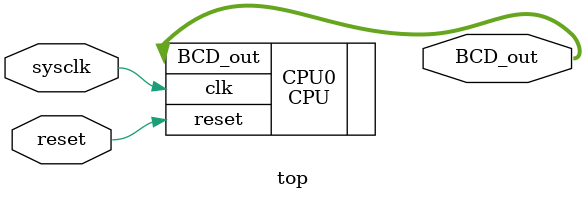
<source format=v>
module top(sysclk, reset,BCD_out);
input sysclk;
input reset;
output [11:0] BCD_out;
wire clock_out;
// PLL PLL0(.clk_out1(clock_out), .reset(reset), .clk_in1(sysclk));
 //CPU CPU0(.clk(clock_out), .reset(reset),.BCD_out(BCD_out));
CPU CPU0(.clk(sysclk), .reset(reset),.BCD_out(BCD_out));
endmodule

</source>
